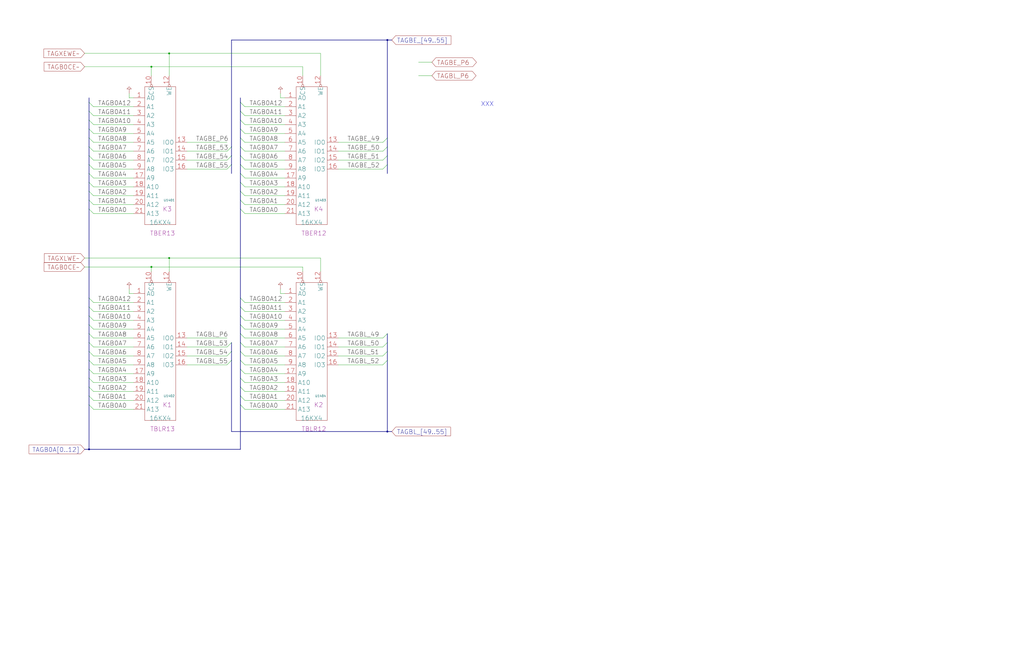
<source format=kicad_sch>
(kicad_sch (version 20250114) (generator "eeschema") (generator_version "9.0")
  (paper "User" 584.2 378.46)
  (title_block (title "TAGB RAMS\\nLRU BYTE 49:55, P6") (date "08-MAR-90") (rev "0.0") (comment 1 "MEM32 BOARD") (comment 2 "232-003066") (comment 3 "S400") (comment 4 "RELEASED"))
  (lib_symbols
    (symbol "r1000:16KX4" (pin_names (offset 1.016))
      (property "Reference" "U" (at 2.54 5.08 0))
      (property "Value" "16KX4" (at -8.89 -7.62 0))
      (property "Location" "___" (at -1.27 0 0))
      (property "Name" "______" (at -1.27 -15.24 0))
      (symbol "16KX4_1_1"
        (rectangle (start -11.43 69.85) (end 6.35 -8.89))
        (circle (center -7.62 70.485) (radius 0.635))
        (circle (center 2.54 70.485) (radius 0.635))
        (pin input line (at -17.78 63.5 0) (length 6.35) (name "A0") (number "1"))
        (pin input line (at -17.78 58.42 0) (length 6.35) (name "A1") (number "2"))
        (pin input line (at -17.78 53.34 0) (length 6.35) (name "A2") (number "3"))
        (pin input line (at -17.78 48.26 0) (length 6.35) (name "A3") (number "4"))
        (pin input line (at -17.78 43.18 0) (length 6.35) (name "A4") (number "5"))
        (pin input line (at -17.78 38.1 0) (length 6.35) (name "A5") (number "6"))
        (pin input line (at -17.78 33.02 0) (length 6.35) (name "A6") (number "7"))
        (pin input line (at -17.78 27.94 0) (length 6.35) (name "A7") (number "8"))
        (pin input line (at -17.78 22.86 0) (length 6.35) (name "A8") (number "9"))
        (pin input line (at -17.78 17.78 0) (length 6.35) (name "A9") (number "17"))
        (pin input line (at -17.78 12.7 0) (length 6.35) (name "A10") (number "18"))
        (pin input line (at -17.78 7.62 0) (length 6.35) (name "A11") (number "19"))
        (pin input line (at -17.78 2.54 0) (length 6.35) (name "A12") (number "20"))
        (pin input line (at -17.78 -2.54 0) (length 6.35) (name "A13") (number "21"))
        (pin input line (at -7.62 76.2 270) (length 5.08) (name "CS") (number "10"))
        (pin input line (at 2.54 76.2 270) (length 5.08) (name "WE") (number "12"))
        (pin bidirectional line (at 12.7 38.1 180) (length 6.35) (name "IO0") (number "13"))
        (pin bidirectional line (at 12.7 33.02 180) (length 6.35) (name "IO1") (number "14"))
        (pin bidirectional line (at 12.7 27.94 180) (length 6.35) (name "IO2") (number "15"))
        (pin bidirectional line (at 12.7 22.86 180) (length 6.35) (name "IO3") (number "16"))
      )
    )
    (symbol "r1000:PU" (power) (pin_numbers (hide yes)) (pin_names (hide yes))
      (symbol "PU_0_1"
        (polyline (pts (xy 0 2.54) (xy -1.27 2.54) (xy 0 3.81) (xy 1.27 2.54) (xy 0 2.54)) (stroke (width 0.1524)))
      )
      (symbol "PU_1_1"
        (pin power_in line (at 0 0 90) (length 2.54) (name "PU") (number "1"))
      )
    )
  )
  (text "XXX" (at 274.32 60.96 0) (effects (font (size 2.54 2.54)) (justify left bottom)))
  (junction (at 96.52 30.48))
  (junction (at 220.98 246.38))
  (junction (at 86.36 38.1))
  (junction (at 96.52 147.32))
  (junction (at 86.36 152.4))
  (junction (at 50.8 256.54))
  (junction (at 220.98 22.86))
  (bus_entry (at 50.8 231.14) (size 2.54 2.54))
  (bus_entry (at 137.16 109.22) (size 2.54 2.54))
  (bus_entry (at 50.8 109.22) (size 2.54 2.54))
  (bus_entry (at 50.8 220.98) (size 2.54 2.54))
  (bus_entry (at 50.8 104.14) (size 2.54 2.54))
  (bus_entry (at 50.8 114.3) (size 2.54 2.54))
  (bus_entry (at 137.16 200.66) (size 2.54 2.54))
  (bus_entry (at 220.98 78.74) (size -2.54 2.54))
  (bus_entry (at 137.16 226.06) (size 2.54 2.54))
  (bus_entry (at 50.8 68.58) (size 2.54 2.54))
  (bus_entry (at 50.8 170.18) (size 2.54 2.54))
  (bus_entry (at 132.08 88.9) (size -2.54 2.54))
  (bus_entry (at 50.8 210.82) (size 2.54 2.54))
  (bus_entry (at 50.8 226.06) (size 2.54 2.54))
  (bus_entry (at 50.8 185.42) (size 2.54 2.54))
  (bus_entry (at 137.16 114.3) (size 2.54 2.54))
  (bus_entry (at 137.16 104.14) (size 2.54 2.54))
  (bus_entry (at 137.16 73.66) (size 2.54 2.54))
  (bus_entry (at 137.16 231.14) (size 2.54 2.54))
  (bus_entry (at 137.16 180.34) (size 2.54 2.54))
  (bus_entry (at 50.8 215.9) (size 2.54 2.54))
  (bus_entry (at 137.16 119.38) (size 2.54 2.54))
  (bus_entry (at 220.98 200.66) (size -2.54 2.54))
  (bus_entry (at 50.8 78.74) (size 2.54 2.54))
  (bus_entry (at 50.8 88.9) (size 2.54 2.54))
  (bus_entry (at 220.98 190.5) (size -2.54 2.54))
  (bus_entry (at 50.8 93.98) (size 2.54 2.54))
  (bus_entry (at 50.8 180.34) (size 2.54 2.54))
  (bus_entry (at 137.16 185.42) (size 2.54 2.54))
  (bus_entry (at 220.98 93.98) (size -2.54 2.54))
  (bus_entry (at 137.16 210.82) (size 2.54 2.54))
  (bus_entry (at 137.16 68.58) (size 2.54 2.54))
  (bus_entry (at 50.8 73.66) (size 2.54 2.54))
  (bus_entry (at 137.16 175.26) (size 2.54 2.54))
  (bus_entry (at 132.08 200.66) (size -2.54 2.54))
  (bus_entry (at 50.8 175.26) (size 2.54 2.54))
  (bus_entry (at 132.08 195.58) (size -2.54 2.54))
  (bus_entry (at 137.16 205.74) (size 2.54 2.54))
  (bus_entry (at 50.8 83.82) (size 2.54 2.54))
  (bus_entry (at 137.16 99.06) (size 2.54 2.54))
  (bus_entry (at 50.8 200.66) (size 2.54 2.54))
  (bus_entry (at 220.98 83.82) (size -2.54 2.54))
  (bus_entry (at 137.16 63.5) (size 2.54 2.54))
  (bus_entry (at 137.16 190.5) (size 2.54 2.54))
  (bus_entry (at 50.8 190.5) (size 2.54 2.54))
  (bus_entry (at 132.08 93.98) (size -2.54 2.54))
  (bus_entry (at 220.98 205.74) (size -2.54 2.54))
  (bus_entry (at 132.08 205.74) (size -2.54 2.54))
  (bus_entry (at 50.8 58.42) (size 2.54 2.54))
  (bus_entry (at 137.16 170.18) (size 2.54 2.54))
  (bus_entry (at 137.16 93.98) (size 2.54 2.54))
  (bus_entry (at 137.16 58.42) (size 2.54 2.54))
  (bus_entry (at 220.98 88.9) (size -2.54 2.54))
  (bus_entry (at 137.16 88.9) (size 2.54 2.54))
  (bus_entry (at 137.16 215.9) (size 2.54 2.54))
  (bus_entry (at 137.16 83.82) (size 2.54 2.54))
  (bus_entry (at 137.16 78.74) (size 2.54 2.54))
  (bus_entry (at 50.8 195.58) (size 2.54 2.54))
  (bus_entry (at 50.8 63.5) (size 2.54 2.54))
  (bus_entry (at 50.8 119.38) (size 2.54 2.54))
  (bus_entry (at 50.8 99.06) (size 2.54 2.54))
  (bus_entry (at 137.16 220.98) (size 2.54 2.54))
  (bus_entry (at 220.98 195.58) (size -2.54 2.54))
  (bus_entry (at 137.16 195.58) (size 2.54 2.54))
  (bus_entry (at 50.8 205.74) (size 2.54 2.54))
  (bus_entry (at 132.08 83.82) (size -2.54 2.54))
  (bus (pts (xy 137.16 226.06) (xy 137.16 231.14)))
  (bus (pts (xy 220.98 190.5) (xy 220.98 195.58)))
  (bus (pts (xy 137.16 190.5) (xy 137.16 195.58)))
  (wire (pts (xy 193.04 198.12) (xy 218.44 198.12)))
  (wire (pts (xy 139.7 121.92) (xy 162.56 121.92)))
  (bus (pts (xy 137.16 185.42) (xy 137.16 190.5)))
  (wire (pts (xy 86.36 152.4) (xy 172.72 152.4)))
  (wire (pts (xy 53.34 198.12) (xy 76.2 198.12)))
  (bus (pts (xy 220.98 78.74) (xy 220.98 83.82)))
  (wire (pts (xy 53.34 182.88) (xy 76.2 182.88)))
  (bus (pts (xy 137.16 104.14) (xy 137.16 109.22)))
  (bus (pts (xy 50.8 256.54) (xy 137.16 256.54)))
  (bus (pts (xy 137.16 200.66) (xy 137.16 205.74)))
  (bus (pts (xy 50.8 93.98) (xy 50.8 99.06)))
  (wire (pts (xy 139.7 233.68) (xy 162.56 233.68)))
  (wire (pts (xy 193.04 91.44) (xy 218.44 91.44)))
  (wire (pts (xy 238.76 35.56) (xy 246.38 35.56)))
  (wire (pts (xy 172.72 152.4) (xy 172.72 154.94)))
  (wire (pts (xy 73.66 167.64) (xy 73.66 165.1)))
  (bus (pts (xy 137.16 205.74) (xy 137.16 210.82)))
  (wire (pts (xy 53.34 66.04) (xy 76.2 66.04)))
  (bus (pts (xy 50.8 109.22) (xy 50.8 114.3)))
  (bus (pts (xy 50.8 78.74) (xy 50.8 83.82)))
  (wire (pts (xy 139.7 213.36) (xy 162.56 213.36)))
  (bus (pts (xy 137.16 68.58) (xy 137.16 73.66)))
  (bus (pts (xy 132.08 200.66) (xy 132.08 205.74)))
  (wire (pts (xy 139.7 218.44) (xy 162.56 218.44)))
  (bus (pts (xy 137.16 231.14) (xy 137.16 256.54)))
  (wire (pts (xy 53.34 71.12) (xy 76.2 71.12)))
  (bus (pts (xy 137.16 114.3) (xy 137.16 119.38)))
  (wire (pts (xy 106.68 96.52) (xy 129.54 96.52)))
  (bus (pts (xy 50.8 63.5) (xy 50.8 68.58)))
  (bus (pts (xy 137.16 55.88) (xy 137.16 58.42)))
  (wire (pts (xy 193.04 96.52) (xy 218.44 96.52)))
  (wire (pts (xy 53.34 218.44) (xy 76.2 218.44)))
  (bus (pts (xy 137.16 215.9) (xy 137.16 220.98)))
  (bus (pts (xy 220.98 22.86) (xy 220.98 78.74)))
  (bus (pts (xy 137.16 99.06) (xy 137.16 104.14)))
  (wire (pts (xy 53.34 233.68) (xy 76.2 233.68)))
  (bus (pts (xy 50.8 99.06) (xy 50.8 104.14)))
  (wire (pts (xy 53.34 228.6) (xy 76.2 228.6)))
  (bus (pts (xy 48.26 256.54) (xy 50.8 256.54)))
  (wire (pts (xy 53.34 116.84) (xy 76.2 116.84)))
  (wire (pts (xy 162.56 167.64) (xy 160.02 167.64)))
  (wire (pts (xy 193.04 81.28) (xy 218.44 81.28)))
  (bus (pts (xy 220.98 88.9) (xy 220.98 93.98)))
  (wire (pts (xy 106.68 91.44) (xy 129.54 91.44)))
  (bus (pts (xy 50.8 88.9) (xy 50.8 93.98)))
  (wire (pts (xy 96.52 30.48) (xy 182.88 30.48)))
  (bus (pts (xy 50.8 180.34) (xy 50.8 185.42)))
  (bus (pts (xy 132.08 83.82) (xy 132.08 88.9)))
  (wire (pts (xy 53.34 60.96) (xy 76.2 60.96)))
  (wire (pts (xy 76.2 167.64) (xy 73.66 167.64)))
  (wire (pts (xy 106.68 203.2) (xy 129.54 203.2)))
  (bus (pts (xy 50.8 220.98) (xy 50.8 226.06)))
  (wire (pts (xy 53.34 81.28) (xy 76.2 81.28)))
  (wire (pts (xy 53.34 172.72) (xy 76.2 172.72)))
  (wire (pts (xy 139.7 101.6) (xy 162.56 101.6)))
  (bus (pts (xy 132.08 205.74) (xy 132.08 246.38)))
  (bus (pts (xy 50.8 231.14) (xy 50.8 256.54)))
  (wire (pts (xy 193.04 193.04) (xy 218.44 193.04)))
  (wire (pts (xy 139.7 91.44) (xy 162.56 91.44)))
  (wire (pts (xy 96.52 30.48) (xy 96.52 43.18)))
  (wire (pts (xy 139.7 106.68) (xy 162.56 106.68)))
  (wire (pts (xy 48.26 38.1) (xy 86.36 38.1)))
  (wire (pts (xy 53.34 177.8) (xy 76.2 177.8)))
  (wire (pts (xy 53.34 96.52) (xy 76.2 96.52)))
  (bus (pts (xy 137.16 195.58) (xy 137.16 200.66)))
  (wire (pts (xy 53.34 121.92) (xy 76.2 121.92)))
  (bus (pts (xy 50.8 210.82) (xy 50.8 215.9)))
  (bus (pts (xy 50.8 226.06) (xy 50.8 231.14)))
  (wire (pts (xy 162.56 55.88) (xy 160.02 55.88)))
  (bus (pts (xy 50.8 55.88) (xy 50.8 58.42)))
  (wire (pts (xy 96.52 147.32) (xy 96.52 154.94)))
  (wire (pts (xy 139.7 76.2) (xy 162.56 76.2)))
  (bus (pts (xy 50.8 200.66) (xy 50.8 205.74)))
  (bus (pts (xy 137.16 93.98) (xy 137.16 99.06)))
  (wire (pts (xy 139.7 198.12) (xy 162.56 198.12)))
  (bus (pts (xy 137.16 58.42) (xy 137.16 63.5)))
  (wire (pts (xy 139.7 187.96) (xy 162.56 187.96)))
  (bus (pts (xy 220.98 195.58) (xy 220.98 200.66)))
  (bus (pts (xy 137.16 88.9) (xy 137.16 93.98)))
  (wire (pts (xy 106.68 86.36) (xy 129.54 86.36)))
  (wire (pts (xy 182.88 30.48) (xy 182.88 43.18)))
  (wire (pts (xy 139.7 96.52) (xy 162.56 96.52)))
  (wire (pts (xy 48.26 152.4) (xy 86.36 152.4)))
  (bus (pts (xy 137.16 180.34) (xy 137.16 185.42)))
  (bus (pts (xy 137.16 83.82) (xy 137.16 88.9)))
  (bus (pts (xy 137.16 73.66) (xy 137.16 78.74)))
  (bus (pts (xy 220.98 93.98) (xy 220.98 99.06)))
  (bus (pts (xy 132.08 22.86) (xy 220.98 22.86)))
  (bus (pts (xy 50.8 58.42) (xy 50.8 63.5)))
  (bus (pts (xy 137.16 119.38) (xy 137.16 170.18)))
  (wire (pts (xy 139.7 111.76) (xy 162.56 111.76)))
  (bus (pts (xy 132.08 195.58) (xy 132.08 200.66)))
  (wire (pts (xy 106.68 193.04) (xy 129.54 193.04)))
  (wire (pts (xy 172.72 38.1) (xy 172.72 43.18)))
  (bus (pts (xy 50.8 185.42) (xy 50.8 190.5)))
  (bus (pts (xy 132.08 246.38) (xy 220.98 246.38)))
  (wire (pts (xy 139.7 193.04) (xy 162.56 193.04)))
  (wire (pts (xy 48.26 147.32) (xy 96.52 147.32)))
  (bus (pts (xy 137.16 175.26) (xy 137.16 180.34)))
  (wire (pts (xy 48.26 30.48) (xy 96.52 30.48)))
  (wire (pts (xy 53.34 223.52) (xy 76.2 223.52)))
  (wire (pts (xy 53.34 203.2) (xy 76.2 203.2)))
  (wire (pts (xy 53.34 193.04) (xy 76.2 193.04)))
  (wire (pts (xy 53.34 106.68) (xy 76.2 106.68)))
  (bus (pts (xy 220.98 200.66) (xy 220.98 205.74)))
  (wire (pts (xy 76.2 55.88) (xy 73.66 55.88)))
  (bus (pts (xy 50.8 170.18) (xy 50.8 175.26)))
  (wire (pts (xy 106.68 198.12) (xy 129.54 198.12)))
  (wire (pts (xy 139.7 116.84) (xy 162.56 116.84)))
  (wire (pts (xy 96.52 147.32) (xy 182.88 147.32)))
  (bus (pts (xy 50.8 195.58) (xy 50.8 200.66)))
  (wire (pts (xy 193.04 86.36) (xy 218.44 86.36)))
  (wire (pts (xy 193.04 203.2) (xy 218.44 203.2)))
  (wire (pts (xy 53.34 213.36) (xy 76.2 213.36)))
  (bus (pts (xy 137.16 210.82) (xy 137.16 215.9)))
  (wire (pts (xy 86.36 152.4) (xy 86.36 154.94)))
  (bus (pts (xy 50.8 83.82) (xy 50.8 88.9)))
  (bus (pts (xy 220.98 246.38) (xy 223.52 246.38)))
  (bus (pts (xy 220.98 205.74) (xy 220.98 246.38)))
  (bus (pts (xy 132.08 22.86) (xy 132.08 83.82)))
  (wire (pts (xy 73.66 55.88) (xy 73.66 53.34)))
  (wire (pts (xy 139.7 228.6) (xy 162.56 228.6)))
  (wire (pts (xy 139.7 208.28) (xy 162.56 208.28)))
  (wire (pts (xy 160.02 167.64) (xy 160.02 165.1)))
  (bus (pts (xy 50.8 215.9) (xy 50.8 220.98)))
  (wire (pts (xy 86.36 38.1) (xy 86.36 43.18)))
  (bus (pts (xy 137.16 170.18) (xy 137.16 175.26)))
  (bus (pts (xy 137.16 78.74) (xy 137.16 83.82)))
  (wire (pts (xy 238.76 43.18) (xy 246.38 43.18)))
  (wire (pts (xy 139.7 71.12) (xy 162.56 71.12)))
  (wire (pts (xy 139.7 203.2) (xy 162.56 203.2)))
  (wire (pts (xy 53.34 76.2) (xy 76.2 76.2)))
  (bus (pts (xy 50.8 190.5) (xy 50.8 195.58)))
  (bus (pts (xy 220.98 83.82) (xy 220.98 88.9)))
  (wire (pts (xy 139.7 86.36) (xy 162.56 86.36)))
  (bus (pts (xy 50.8 175.26) (xy 50.8 180.34)))
  (wire (pts (xy 139.7 177.8) (xy 162.56 177.8)))
  (bus (pts (xy 132.08 93.98) (xy 132.08 99.06)))
  (wire (pts (xy 106.68 208.28) (xy 129.54 208.28)))
  (wire (pts (xy 182.88 147.32) (xy 182.88 154.94)))
  (bus (pts (xy 132.08 88.9) (xy 132.08 93.98)))
  (wire (pts (xy 160.02 55.88) (xy 160.02 53.34)))
  (bus (pts (xy 137.16 220.98) (xy 137.16 226.06)))
  (wire (pts (xy 139.7 182.88) (xy 162.56 182.88)))
  (bus (pts (xy 50.8 205.74) (xy 50.8 210.82)))
  (wire (pts (xy 139.7 172.72) (xy 162.56 172.72)))
  (bus (pts (xy 50.8 114.3) (xy 50.8 119.38)))
  (bus (pts (xy 50.8 73.66) (xy 50.8 78.74)))
  (wire (pts (xy 106.68 81.28) (xy 129.54 81.28)))
  (wire (pts (xy 193.04 208.28) (xy 218.44 208.28)))
  (wire (pts (xy 53.34 86.36) (xy 76.2 86.36)))
  (wire (pts (xy 53.34 208.28) (xy 76.2 208.28)))
  (wire (pts (xy 139.7 60.96) (xy 162.56 60.96)))
  (wire (pts (xy 139.7 66.04) (xy 162.56 66.04)))
  (wire (pts (xy 139.7 81.28) (xy 162.56 81.28)))
  (wire (pts (xy 53.34 101.6) (xy 76.2 101.6)))
  (wire (pts (xy 139.7 223.52) (xy 162.56 223.52)))
  (wire (pts (xy 53.34 91.44) (xy 76.2 91.44)))
  (bus (pts (xy 50.8 68.58) (xy 50.8 73.66)))
  (bus (pts (xy 220.98 22.86) (xy 223.52 22.86)))
  (bus (pts (xy 50.8 104.14) (xy 50.8 109.22)))
  (wire (pts (xy 86.36 38.1) (xy 172.72 38.1)))
  (wire (pts (xy 53.34 111.76) (xy 76.2 111.76)))
  (bus (pts (xy 137.16 109.22) (xy 137.16 114.3)))
  (bus (pts (xy 50.8 119.38) (xy 50.8 170.18)))
  (wire (pts (xy 53.34 187.96) (xy 76.2 187.96)))
  (bus (pts (xy 137.16 63.5) (xy 137.16 68.58)))
  (label "TAGB0A9" (at 142.24 76.2 0) (effects (font (size 2.54 2.54))))
  (label "TAGB0A8" (at 55.88 193.04 0) (effects (font (size 2.54 2.54))))
  (label "TAGB0A1" (at 142.24 228.6 0) (effects (font (size 2.54 2.54))))
  (label "TAGB0A7" (at 55.88 86.36 0) (effects (font (size 2.54 2.54))))
  (label "TAGB0A5" (at 142.24 208.28 0) (effects (font (size 2.54 2.54))))
  (label "TAGB0A6" (at 55.88 203.2 0) (effects (font (size 2.54 2.54))))
  (label "TAGB0A2" (at 142.24 223.52 0) (effects (font (size 2.54 2.54))))
  (label "TAGB0A9" (at 55.88 76.2 0) (effects (font (size 2.54 2.54))))
  (label "TAGB0A12" (at 55.88 172.72 0) (effects (font (size 2.54 2.54))))
  (label "TAGB0A12" (at 142.24 172.72 0) (effects (font (size 2.54 2.54))))
  (label "TAGB0A3" (at 55.88 218.44 0) (effects (font (size 2.54 2.54))))
  (label "TAGB0A10" (at 55.88 71.12 0) (effects (font (size 2.54 2.54))))
  (label "TAGB0A7" (at 55.88 198.12 0) (effects (font (size 2.54 2.54))))
  (label "TAGB0A5" (at 55.88 96.52 0) (effects (font (size 2.54 2.54))))
  (label "TAGB0A6" (at 142.24 91.44 0) (effects (font (size 2.54 2.54))))
  (label "TAGBE_53" (at 111.76 86.36 0) (effects (font (size 2.54 2.54))))
  (label "TAGB0A9" (at 55.88 187.96 0) (effects (font (size 2.54 2.54))))
  (label "TAGBL_P6" (at 111.76 193.04 0) (effects (font (size 2.54 2.54))))
  (label "TAGB0A10" (at 55.88 182.88 0) (effects (font (size 2.54 2.54))))
  (label "TAGBE_49" (at 198.12 81.28 0) (effects (font (size 2.54 2.54))))
  (label "TAGBL_51" (at 198.12 203.2 0) (effects (font (size 2.54 2.54))))
  (label "TAGB0A8" (at 55.88 81.28 0) (effects (font (size 2.54 2.54))))
  (label "TAGB0A10" (at 142.24 182.88 0) (effects (font (size 2.54 2.54))))
  (label "TAGB0A0" (at 55.88 233.68 0) (effects (font (size 2.54 2.54))))
  (label "TAGB0A2" (at 55.88 111.76 0) (effects (font (size 2.54 2.54))))
  (label "TAGBL_54" (at 111.76 203.2 0) (effects (font (size 2.54 2.54))))
  (label "TAGB0A2" (at 142.24 111.76 0) (effects (font (size 2.54 2.54))))
  (label "TAGBE_51" (at 198.12 91.44 0) (effects (font (size 2.54 2.54))))
  (label "TAGB0A11" (at 142.24 66.04 0) (effects (font (size 2.54 2.54))))
  (label "TAGB0A11" (at 55.88 66.04 0) (effects (font (size 2.54 2.54))))
  (label "TAGBL_53" (at 111.76 198.12 0) (effects (font (size 2.54 2.54))))
  (label "TAGB0A8" (at 142.24 193.04 0) (effects (font (size 2.54 2.54))))
  (label "TAGB0A12" (at 55.88 60.96 0) (effects (font (size 2.54 2.54))))
  (label "TAGB0A6" (at 142.24 203.2 0) (effects (font (size 2.54 2.54))))
  (label "TAGBE_52" (at 198.12 96.52 0) (effects (font (size 2.54 2.54))))
  (label "TAGBL_52" (at 198.12 208.28 0) (effects (font (size 2.54 2.54))))
  (label "TAGB0A10" (at 142.24 71.12 0) (effects (font (size 2.54 2.54))))
  (label "TAGB0A3" (at 142.24 218.44 0) (effects (font (size 2.54 2.54))))
  (label "TAGB0A3" (at 142.24 106.68 0) (effects (font (size 2.54 2.54))))
  (label "TAGBL_55" (at 111.76 208.28 0) (effects (font (size 2.54 2.54))))
  (label "TAGB0A7" (at 142.24 198.12 0) (effects (font (size 2.54 2.54))))
  (label "TAGB0A6" (at 55.88 91.44 0) (effects (font (size 2.54 2.54))))
  (label "TAGB0A0" (at 55.88 121.92 0) (effects (font (size 2.54 2.54))))
  (label "TAGB0A7" (at 142.24 86.36 0) (effects (font (size 2.54 2.54))))
  (label "TAGB0A4" (at 55.88 213.36 0) (effects (font (size 2.54 2.54))))
  (label "TAGB0A1" (at 55.88 228.6 0) (effects (font (size 2.54 2.54))))
  (label "TAGB0A11" (at 55.88 177.8 0) (effects (font (size 2.54 2.54))))
  (label "TAGB0A2" (at 55.88 223.52 0) (effects (font (size 2.54 2.54))))
  (label "TAGBL_50" (at 198.12 198.12 0) (effects (font (size 2.54 2.54))))
  (label "TAGB0A9" (at 142.24 187.96 0) (effects (font (size 2.54 2.54))))
  (label "TAGB0A0" (at 142.24 233.68 0) (effects (font (size 2.54 2.54))))
  (label "TAGB0A4" (at 142.24 101.6 0) (effects (font (size 2.54 2.54))))
  (label "TAGBL_49" (at 198.12 193.04 0) (effects (font (size 2.54 2.54))))
  (label "TAGBE_55" (at 111.76 96.52 0) (effects (font (size 2.54 2.54))))
  (label "TAGB0A0" (at 142.24 121.92 0) (effects (font (size 2.54 2.54))))
  (label "TAGB0A3" (at 55.88 106.68 0) (effects (font (size 2.54 2.54))))
  (label "TAGB0A12" (at 142.24 60.96 0) (effects (font (size 2.54 2.54))))
  (label "TAGB0A11" (at 142.24 177.8 0) (effects (font (size 2.54 2.54))))
  (label "TAGBE_54" (at 111.76 91.44 0) (effects (font (size 2.54 2.54))))
  (label "TAGBE_50" (at 198.12 86.36 0) (effects (font (size 2.54 2.54))))
  (label "TAGBE_P6" (at 111.76 81.28 0) (effects (font (size 2.54 2.54))))
  (label "TAGB0A1" (at 142.24 116.84 0) (effects (font (size 2.54 2.54))))
  (label "TAGB0A5" (at 142.24 96.52 0) (effects (font (size 2.54 2.54))))
  (label "TAGB0A8" (at 142.24 81.28 0) (effects (font (size 2.54 2.54))))
  (label "TAGB0A1" (at 55.88 116.84 0) (effects (font (size 2.54 2.54))))
  (label "TAGB0A5" (at 55.88 208.28 0) (effects (font (size 2.54 2.54))))
  (label "TAGB0A4" (at 142.24 213.36 0) (effects (font (size 2.54 2.54))))
  (label "TAGB0A4" (at 55.88 101.6 0) (effects (font (size 2.54 2.54))))
  (global_label "TAGXLWE~" (shape input) (at 48.26 147.32 180) (effects (font (size 2.54 2.54))) (property "Intersheetrefs" "${INTERSHEET_REFS}" (at 25.2911 147.1613 0) (effects (font (size 1.905 1.905)) (justify right))))
  (global_label "TAGXEWE~" (shape input) (at 48.26 30.48 180) (effects (font (size 2.54 2.54))) (property "Intersheetrefs" "${INTERSHEET_REFS}" (at 25.0492 30.3213 0) (effects (font (size 1.905 1.905)) (justify right))))
  (global_label "TAGBL_P6" (shape bidirectional) (at 246.38 43.18 0) (effects (font (size 2.54 2.54))) (property "Intersheetrefs" "${INTERSHEET_REFS}" (at 269.3489 43.0213 0) (effects (font (size 1.905 1.905)) (justify left))))
  (global_label "TAGBL_[49..55]" (shape input) (at 223.52 246.38 0) (effects (font (size 2.54 2.54))) (property "Intersheetrefs" "${INTERSHEET_REFS}" (at 256.6489 246.2213 0) (effects (font (size 1.905 1.905)) (justify left))))
  (global_label "TAGBE_P6" (shape bidirectional) (at 246.38 35.56 0) (effects (font (size 2.54 2.54))) (property "Intersheetrefs" "${INTERSHEET_REFS}" (at 269.5908 35.4013 0) (effects (font (size 1.905 1.905)) (justify left))))
  (global_label "TAGB0CE~" (shape input) (at 48.26 38.1 180) (effects (font (size 2.54 2.54))) (property "Intersheetrefs" "${INTERSHEET_REFS}" (at 25.533 37.9413 0) (effects (font (size 1.905 1.905)) (justify right))))
  (global_label "TAGBE_[49..55]" (shape input) (at 223.52 22.86 0) (effects (font (size 2.54 2.54))) (property "Intersheetrefs" "${INTERSHEET_REFS}" (at 256.8908 22.7013 0) (effects (font (size 1.905 1.905)) (justify left))))
  (global_label "TAGB0A[0..12]" (shape input) (at 48.26 256.54 180) (effects (font (size 2.54 2.54))) (property "Intersheetrefs" "${INTERSHEET_REFS}" (at 16.9454 256.3813 0) (effects (font (size 1.905 1.905)) (justify right))))
  (global_label "TAGB0CE~" (shape input) (at 48.26 152.4 180) (effects (font (size 2.54 2.54))) (property "Intersheetrefs" "${INTERSHEET_REFS}" (at 25.533 152.2413 0) (effects (font (size 1.905 1.905)) (justify right))))
  (symbol (lib_id "r1000:PU") (at 160.02 165.1 0) (unit 1)
    (property "Reference" "#PWR01404" (effects (hide yes)))
    (property "Value" "PU" (effects (hide yes)))
  )
  (symbol (lib_id "r1000:16KX4") (at 93.98 231.14 0) (unit 1)
    (property "Reference" "U1402" (at 96.52 226.06 0))
    (property "Value" "16KX4" (at 85.09 238.76 0) (effects (font (size 2.54 2.54)) (justify left)))
    (property "Location" "K1" (at 92.71 231.14 0) (effects (font (size 2.54 2.54)) (justify left)))
    (property "Name" "TBLR13" (at 92.71 246.38 0) (effects (font (size 2.54 2.54)) (justify bottom)))
  )
  (symbol (lib_id "r1000:16KX4") (at 93.98 119.38 0) (unit 1)
    (property "Reference" "U1401" (at 96.52 114.3 0))
    (property "Value" "16KX4" (at 85.09 127 0) (effects (font (size 2.54 2.54)) (justify left)))
    (property "Location" "K3" (at 92.71 119.38 0) (effects (font (size 2.54 2.54)) (justify left)))
    (property "Name" "TBER13" (at 92.71 134.62 0) (effects (font (size 2.54 2.54)) (justify bottom)))
  )
  (symbol (lib_id "r1000:PU") (at 73.66 53.34 0) (unit 1)
    (property "Reference" "#PWR01401" (effects (hide yes)))
    (property "Value" "PU" (effects (hide yes)))
  )
  (symbol (lib_id "r1000:16KX4") (at 180.34 119.38 0) (unit 1)
    (property "Reference" "U1403" (at 182.88 114.3 0))
    (property "Value" "16KX4" (at 171.45 127 0) (effects (font (size 2.54 2.54)) (justify left)))
    (property "Location" "K4" (at 179.07 119.38 0) (effects (font (size 2.54 2.54)) (justify left)))
    (property "Name" "TBER12" (at 179.07 134.62 0) (effects (font (size 2.54 2.54)) (justify bottom)))
  )
  (symbol (lib_id "r1000:PU") (at 160.02 53.34 0) (unit 1)
    (property "Reference" "#PWR01403" (effects (hide yes)))
    (property "Value" "PU" (effects (hide yes)))
  )
  (symbol (lib_id "r1000:PU") (at 73.66 165.1 0) (unit 1)
    (property "Reference" "#PWR01402" (effects (hide yes)))
    (property "Value" "PU" (effects (hide yes)))
  )
  (symbol (lib_id "r1000:16KX4") (at 180.34 231.14 0) (unit 1)
    (property "Reference" "U1404" (at 182.88 226.06 0))
    (property "Value" "16KX4" (at 171.45 238.76 0) (effects (font (size 2.54 2.54)) (justify left)))
    (property "Location" "K2" (at 179.07 231.14 0) (effects (font (size 2.54 2.54)) (justify left)))
    (property "Name" "TBLR12" (at 179.07 246.38 0) (effects (font (size 2.54 2.54)) (justify bottom)))
  )
)
</source>
